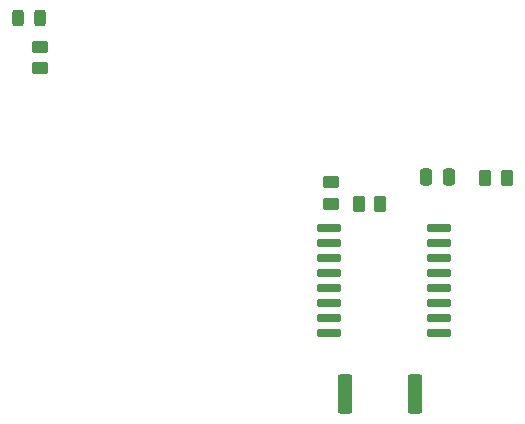
<source format=gbr>
%TF.GenerationSoftware,KiCad,Pcbnew,7.0.7*%
%TF.CreationDate,2023-09-13T14:30:02-04:00*%
%TF.ProjectId,Alim,416c696d-2e6b-4696-9361-645f70636258,rev?*%
%TF.SameCoordinates,Original*%
%TF.FileFunction,Paste,Top*%
%TF.FilePolarity,Positive*%
%FSLAX46Y46*%
G04 Gerber Fmt 4.6, Leading zero omitted, Abs format (unit mm)*
G04 Created by KiCad (PCBNEW 7.0.7) date 2023-09-13 14:30:02*
%MOMM*%
%LPD*%
G01*
G04 APERTURE LIST*
G04 Aperture macros list*
%AMRoundRect*
0 Rectangle with rounded corners*
0 $1 Rounding radius*
0 $2 $3 $4 $5 $6 $7 $8 $9 X,Y pos of 4 corners*
0 Add a 4 corners polygon primitive as box body*
4,1,4,$2,$3,$4,$5,$6,$7,$8,$9,$2,$3,0*
0 Add four circle primitives for the rounded corners*
1,1,$1+$1,$2,$3*
1,1,$1+$1,$4,$5*
1,1,$1+$1,$6,$7*
1,1,$1+$1,$8,$9*
0 Add four rect primitives between the rounded corners*
20,1,$1+$1,$2,$3,$4,$5,0*
20,1,$1+$1,$4,$5,$6,$7,0*
20,1,$1+$1,$6,$7,$8,$9,0*
20,1,$1+$1,$8,$9,$2,$3,0*%
G04 Aperture macros list end*
%ADD10RoundRect,0.250000X-0.450000X0.262500X-0.450000X-0.262500X0.450000X-0.262500X0.450000X0.262500X0*%
%ADD11RoundRect,0.250000X-0.250000X-0.475000X0.250000X-0.475000X0.250000X0.475000X-0.250000X0.475000X0*%
%ADD12RoundRect,0.250000X-0.262500X-0.450000X0.262500X-0.450000X0.262500X0.450000X-0.262500X0.450000X0*%
%ADD13RoundRect,0.250000X0.362500X1.425000X-0.362500X1.425000X-0.362500X-1.425000X0.362500X-1.425000X0*%
%ADD14RoundRect,0.250000X0.450000X-0.262500X0.450000X0.262500X-0.450000X0.262500X-0.450000X-0.262500X0*%
%ADD15RoundRect,0.243750X-0.243750X-0.456250X0.243750X-0.456250X0.243750X0.456250X-0.243750X0.456250X0*%
%ADD16RoundRect,0.030000X-0.970000X-0.270000X0.970000X-0.270000X0.970000X0.270000X-0.970000X0.270000X0*%
G04 APERTURE END LIST*
D10*
%TO.C,R5*%
X115770000Y-82257500D03*
X115770000Y-84082500D03*
%TD*%
D11*
%TO.C,C5*%
X148440000Y-93330000D03*
X150340000Y-93330000D03*
%TD*%
D12*
%TO.C,R1*%
X142717500Y-95550000D03*
X144542500Y-95550000D03*
%TD*%
D13*
%TO.C,R4*%
X147452500Y-111680000D03*
X141527500Y-111680000D03*
%TD*%
D14*
%TO.C,R2*%
X140350000Y-95545000D03*
X140350000Y-93720000D03*
%TD*%
D15*
%TO.C,D2*%
X113895000Y-79837500D03*
X115770000Y-79837500D03*
%TD*%
D12*
%TO.C,R3*%
X153417500Y-93390000D03*
X155242500Y-93390000D03*
%TD*%
D16*
%TO.C,U1*%
X140230000Y-97655000D03*
X140230000Y-98925000D03*
X140230000Y-100195000D03*
X140230000Y-101465000D03*
X140230000Y-102735000D03*
X140230000Y-104005000D03*
X140230000Y-105275000D03*
X140230000Y-106545000D03*
X149530000Y-106545000D03*
X149530000Y-105275000D03*
X149530000Y-104005000D03*
X149530000Y-102735000D03*
X149530000Y-101465000D03*
X149530000Y-100195000D03*
X149530000Y-98925000D03*
X149530000Y-97655000D03*
%TD*%
M02*

</source>
